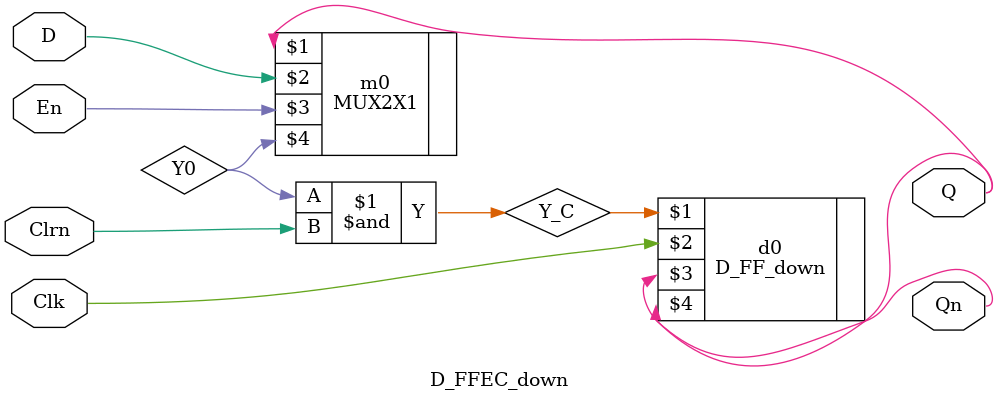
<source format=v>
`timescale 1ns / 1ps


module D_FFEC_down(D,Clk,En,Clrn,Q,Qn);
input D,Clk,En,Clrn;
output Q,Qn;
wire Y0,Y_C;
MUX2X1 m0(Q,D,En,Y0);
and i0(Y_C,Y0,Clrn);
D_FF_down d0(Y_C,Clk,Q,Qn);
endmodule

</source>
